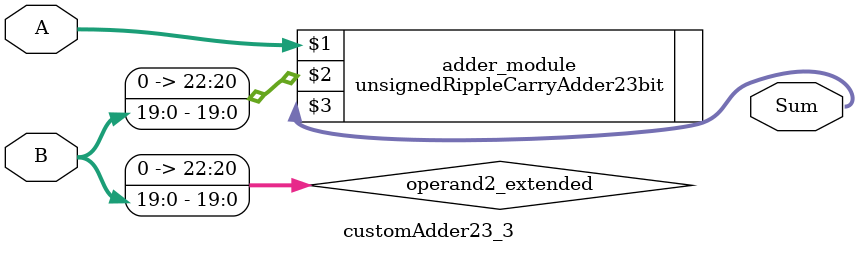
<source format=v>

module customAdder23_3(
                    input [22 : 0] A,
                    input [19 : 0] B,
                    
                    output [23 : 0] Sum
            );

    wire [22 : 0] operand2_extended;
    
    assign operand2_extended =  {3'b0, B};
    
    unsignedRippleCarryAdder23bit adder_module(
        A,
        operand2_extended,
        Sum
    );
    
endmodule
        
</source>
